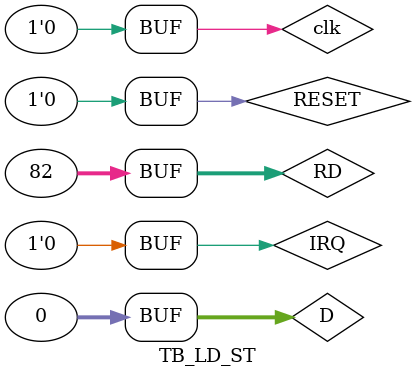
<source format=v>
`timescale 1ns / 1ps


module TB_LD_ST;

	// Inputs
	reg clk;
	reg RESET;
	reg IRQ;
	reg [31:0] D;
	reg [31:0] RD;

	// Outputs
	wire [31:0] IAdr;
	wire [31:0] WD;
	wire [31:0] Adr;
	wire MOE;
	wire MWR;

	// Instantiate the Unit Under Test (UUT)
	Beta_TOP uut (
		.clk(clk), 
		.RESET(RESET), 
		.IRQ(IRQ), 
		.D(D), 
		.RD(RD), 
		.IAdr(IAdr), 
		.WD(WD), 
		.Adr(Adr), 
		.MOE(MOE), 
		.MWR(MWR)
	);

	initial begin
		// Initialize Inputs
		clk = 0;
		RESET = 0;
		IRQ = 0;
		D = 0;
		RD = 0;
		#10;
		RESET=1;
		repeat(2)
		#10 clk=~clk;
		RESET=0;
		repeat(2)
		#10 clk=~clk;
		RD=82;
		D=32'hA8400800; //0110 0000 1001 1111 0000 0000 0000 1000;
		repeat(2)
		#10 clk=~clk;
		D=32'h00000000;
		repeat(10)
		#10 clk=~clk;
        
		// Add stimulus here

	end
      
endmodule


</source>
